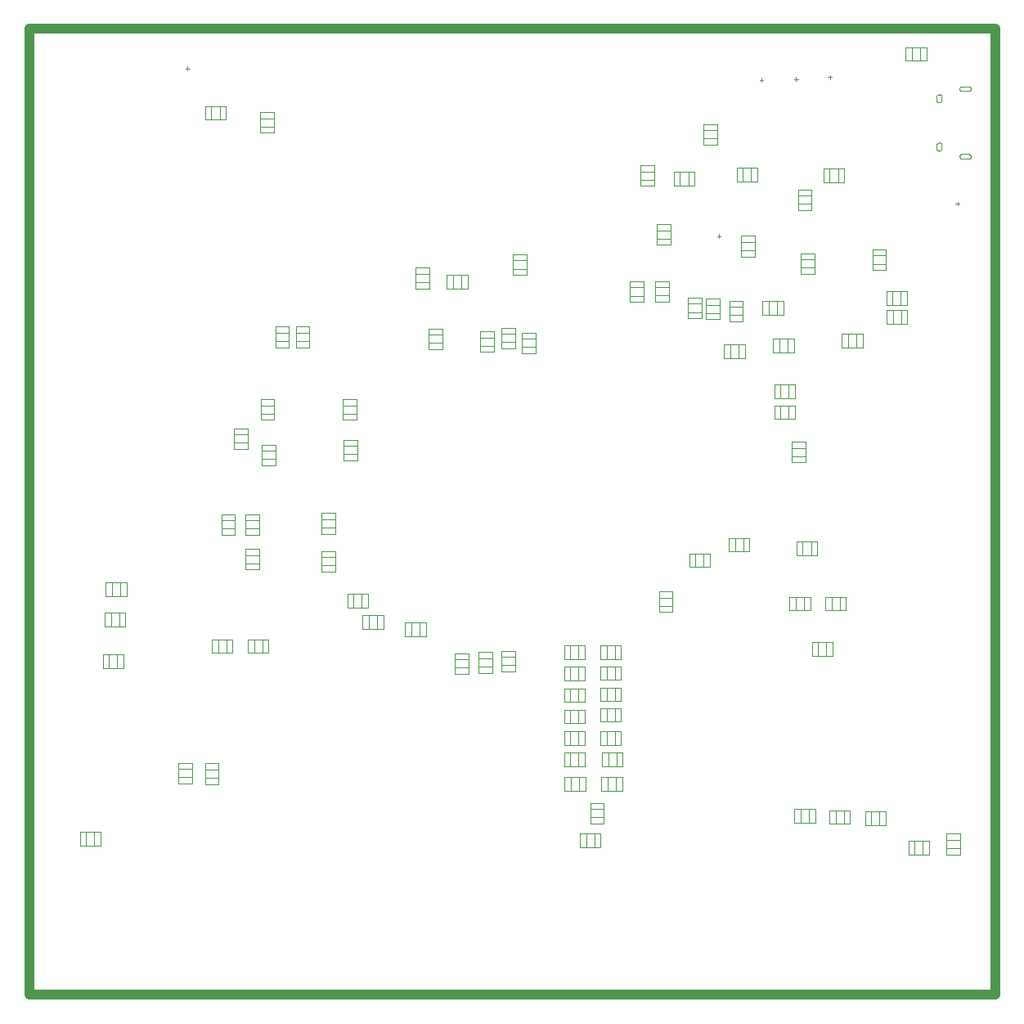
<source format=gm1>
%FSTAX23Y23*%
%MOIN*%
%SFA1B1*%

%IPPOS*%
%ADD33C,0.000000*%
%ADD69C,0.039370*%
%ADD70C,0.003940*%
%LNnucleoclone-1*%
%LPD*%
G54D33*
X03719Y03462D02*
D01*
X03719Y03463*
X03719Y03464*
X03719Y03464*
X03719Y03465*
X03718Y03466*
X03718Y03467*
X03718Y03467*
X03717Y03468*
X03717Y03468*
X03716Y03469*
X03716Y0347*
X03715Y0347*
X03715Y03471*
X03714Y03471*
X03714Y03471*
X03713Y03472*
X03712Y03472*
X03712Y03472*
X03711Y03473*
X0371Y03473*
X03709Y03473*
X03709Y03473*
X03708*
X03707Y03473*
X03706Y03473*
X03706Y03473*
X03705Y03472*
X03704Y03472*
X03703Y03472*
X03703Y03471*
X03702Y03471*
X03701Y03471*
X03701Y0347*
X037Y0347*
X037Y03469*
X03699Y03468*
X03699Y03468*
X03699Y03467*
X03698Y03467*
X03698Y03466*
X03698Y03465*
X03698Y03464*
X03697Y03464*
X03697Y03463*
X03697Y03462*
Y0345D02*
D01*
X03697Y0345*
X03697Y03449*
X03698Y03448*
X03698Y03447*
X03698Y03447*
X03698Y03446*
X03699Y03445*
X03699Y03445*
X03699Y03444*
X037Y03443*
X037Y03443*
X03701Y03442*
X03701Y03442*
X03702Y03441*
X03703Y03441*
X03703Y03441*
X03704Y0344*
X03705Y0344*
X03706Y0344*
X03706Y0344*
X03707Y0344*
X03708Y03439*
X03709*
X03709Y0344*
X0371Y0344*
X03711Y0344*
X03712Y0344*
X03712Y0344*
X03713Y03441*
X03714Y03441*
X03714Y03441*
X03715Y03442*
X03715Y03442*
X03716Y03443*
X03716Y03443*
X03717Y03444*
X03717Y03445*
X03718Y03445*
X03718Y03446*
X03718Y03447*
X03719Y03447*
X03719Y03448*
X03719Y03449*
X03719Y0345*
X03719Y0345*
Y03659D02*
D01*
X03719Y0366*
X03719Y0366*
X03719Y03661*
X03719Y03662*
X03718Y03663*
X03718Y03663*
X03718Y03664*
X03717Y03665*
X03717Y03665*
X03716Y03666*
X03716Y03666*
X03715Y03667*
X03715Y03667*
X03714Y03668*
X03714Y03668*
X03713Y03669*
X03712Y03669*
X03712Y03669*
X03711Y03669*
X0371Y0367*
X03709Y0367*
X03709Y0367*
X03708*
X03707Y0367*
X03706Y0367*
X03706Y03669*
X03705Y03669*
X03704Y03669*
X03703Y03669*
X03703Y03668*
X03702Y03668*
X03701Y03667*
X03701Y03667*
X037Y03666*
X037Y03666*
X03699Y03665*
X03699Y03665*
X03699Y03664*
X03698Y03663*
X03698Y03663*
X03698Y03662*
X03698Y03661*
X03697Y0366*
X03697Y0366*
X03697Y03659*
Y03647D02*
D01*
X03697Y03646*
X03697Y03646*
X03698Y03645*
X03698Y03644*
X03698Y03643*
X03698Y03643*
X03699Y03642*
X03699Y03641*
X03699Y03641*
X037Y0364*
X037Y0364*
X03701Y03639*
X03701Y03639*
X03702Y03638*
X03703Y03638*
X03703Y03637*
X03704Y03637*
X03705Y03637*
X03706Y03637*
X03706Y03636*
X03707Y03636*
X03708Y03636*
X03709*
X03709Y03636*
X0371Y03636*
X03711Y03637*
X03712Y03637*
X03712Y03637*
X03713Y03637*
X03714Y03638*
X03714Y03638*
X03715Y03639*
X03715Y03639*
X03716Y0364*
X03716Y0364*
X03717Y03641*
X03717Y03641*
X03718Y03642*
X03718Y03643*
X03718Y03643*
X03719Y03644*
X03719Y03645*
X03719Y03646*
X03719Y03646*
X03719Y03647*
X03802Y03427D02*
D01*
X03801Y03427*
X038Y03427*
X038Y03426*
X03799Y03426*
X03798Y03426*
X03798Y03426*
X03797Y03426*
X03796Y03425*
X03796Y03425*
X03795Y03424*
X03795Y03424*
X03794Y03423*
X03794Y03423*
X03794Y03422*
X03793Y03422*
X03793Y03421*
X03793Y03421*
X03792Y0342*
X03792Y03419*
X03792Y03419*
X03792Y03418*
X03792Y03417*
Y03416*
X03792Y03416*
X03792Y03415*
X03792Y03414*
X03792Y03414*
X03793Y03413*
X03793Y03413*
X03793Y03412*
X03794Y03411*
X03794Y03411*
X03794Y0341*
X03795Y0341*
X03795Y03409*
X03796Y03409*
X03796Y03408*
X03797Y03408*
X03798Y03408*
X03798Y03408*
X03799Y03407*
X038Y03407*
X038Y03407*
X03801Y03407*
X03802Y03407*
X03827D02*
D01*
X03828Y03407*
X03829Y03407*
X03829Y03407*
X0383Y03407*
X03831Y03408*
X03831Y03408*
X03832Y03408*
X03832Y03408*
X03833Y03409*
X03834Y03409*
X03834Y0341*
X03835Y0341*
X03835Y03411*
X03835Y03411*
X03836Y03412*
X03836Y03413*
X03836Y03413*
X03837Y03414*
X03837Y03414*
X03837Y03415*
X03837Y03416*
X03837Y03416*
Y03417*
X03837Y03418*
X03837Y03419*
X03837Y03419*
X03837Y0342*
X03836Y03421*
X03836Y03421*
X03836Y03422*
X03835Y03422*
X03835Y03423*
X03835Y03423*
X03834Y03424*
X03834Y03424*
X03833Y03425*
X03832Y03425*
X03832Y03426*
X03831Y03426*
X03831Y03426*
X0383Y03426*
X03829Y03426*
X03829Y03427*
X03828Y03427*
X03827Y03427*
Y03683D02*
D01*
X03828Y03683*
X03829Y03683*
X03829Y03683*
X0383Y03683*
X03831Y03683*
X03831Y03683*
X03832Y03684*
X03832Y03684*
X03833Y03684*
X03834Y03685*
X03834Y03685*
X03835Y03686*
X03835Y03686*
X03835Y03687*
X03836Y03687*
X03836Y03688*
X03836Y03689*
X03837Y03689*
X03837Y0369*
X03837Y03691*
X03837Y03691*
X03837Y03692*
Y03693*
X03837Y03693*
X03837Y03694*
X03837Y03695*
X03837Y03695*
X03836Y03696*
X03836Y03697*
X03836Y03697*
X03835Y03698*
X03835Y03698*
X03835Y03699*
X03834Y03699*
X03834Y037*
X03833Y037*
X03832Y03701*
X03832Y03701*
X03831Y03701*
X03831Y03702*
X0383Y03702*
X03829Y03702*
X03829Y03702*
X03828Y03702*
X03827Y03702*
X03802D02*
D01*
X03801Y03702*
X038Y03702*
X038Y03702*
X03799Y03702*
X03798Y03702*
X03798Y03701*
X03797Y03701*
X03796Y03701*
X03796Y037*
X03795Y037*
X03795Y03699*
X03794Y03699*
X03794Y03698*
X03794Y03698*
X03793Y03697*
X03793Y03697*
X03793Y03696*
X03792Y03695*
X03792Y03695*
X03792Y03694*
X03792Y03693*
X03792Y03693*
Y03692*
X03792Y03691*
X03792Y03691*
X03792Y0369*
X03792Y03689*
X03793Y03689*
X03793Y03688*
X03793Y03688*
X03794Y03687*
X03794Y03686*
X03794Y03686*
X03795Y03685*
X03795Y03685*
X03796Y03684*
X03796Y03684*
X03797Y03684*
X03798Y03683*
X03798Y03683*
X03799Y03683*
X038Y03683*
X038Y03683*
X03801Y03683*
X03802Y03683*
X00716Y00884D02*
X00772D01*
X00716Y00859D02*
Y00884D01*
X00772Y00859D02*
Y00884D01*
X00716Y00918D02*
X00772D01*
Y00943*
X00716Y00918D02*
Y00943D01*
X00772Y00884D02*
Y00918D01*
X00716Y00943D02*
X00772D01*
X00716Y00884D02*
Y00918D01*
Y00859D02*
X00772D01*
X00609Y00886D02*
X00665D01*
X00609Y00861D02*
Y00886D01*
X00665Y00861D02*
Y00886D01*
X00609Y0092D02*
X00665D01*
Y00945*
X00609Y0092D02*
Y00945D01*
X00665Y00886D02*
Y0092D01*
X00609Y00945D02*
X00665D01*
X00609Y00886D02*
Y0092D01*
Y00861D02*
X00665D01*
X03286Y00696D02*
Y00752D01*
X03261D02*
X03286D01*
X03261Y00696D02*
X03286D01*
X0332D02*
Y00752D01*
Y00696D02*
X03345D01*
X0332Y00752D02*
X03345D01*
X03286Y00696D02*
X0332D01*
X03345D02*
Y00752D01*
X03286D02*
X0332D01*
X03261Y00696D02*
Y00752D01*
X03431Y00692D02*
Y00748D01*
X03406D02*
X03431D01*
X03406Y00692D02*
X03431D01*
X03465D02*
Y00748D01*
Y00692D02*
X0349D01*
X03465Y00748D02*
X0349D01*
X03431Y00692D02*
X03465D01*
X0349D02*
Y00748D01*
X03431D02*
X03465D01*
X03406Y00692D02*
Y00748D01*
X03739Y00597D02*
X03795D01*
X03739Y00572D02*
Y00597D01*
X03795Y00572D02*
Y00597D01*
X03739Y00631D02*
X03795D01*
Y00656*
X03739Y00631D02*
Y00656D01*
X03795Y00597D02*
Y00631D01*
X03739Y00656D02*
X03795D01*
X03739Y00597D02*
Y00631D01*
Y00572D02*
X03795D01*
X03249Y01381D02*
Y01437D01*
Y01381D02*
X03274D01*
X03249Y01437D02*
X03274D01*
X03215Y01381D02*
Y01437D01*
X0319D02*
X03215D01*
X0319Y01381D02*
X03215D01*
Y01437D02*
X03249D01*
X0319Y01381D02*
Y01437D01*
X03215Y01381D02*
X03249D01*
X03274D02*
Y01437D01*
X02387Y01369D02*
Y01425D01*
Y01369D02*
X02412D01*
X02387Y01425D02*
X02412D01*
X02353Y01369D02*
Y01425D01*
X02328D02*
X02353D01*
X02328Y01369D02*
X02353D01*
Y01425D02*
X02387D01*
X02328Y01369D02*
Y01425D01*
X02353Y01369D02*
X02387D01*
X02412D02*
Y01425D01*
X03337Y02637D02*
Y02693D01*
X03312D02*
X03337D01*
X03312Y02637D02*
X03337D01*
X03371D02*
Y02693D01*
Y02637D02*
X03396D01*
X03371Y02693D02*
X03396D01*
X03337Y02637D02*
X03371D01*
X03396D02*
Y02693D01*
X03337D02*
X03371D01*
X03312Y02637D02*
Y02693D01*
X03109Y02195D02*
X03165D01*
X03109Y0217D02*
Y02195D01*
X03165Y0217D02*
Y02195D01*
X03109Y02229D02*
X03165D01*
Y02254*
X03109Y02229D02*
Y02254D01*
X03165Y02195D02*
Y02229D01*
X03109Y02254D02*
X03165D01*
X03109Y02195D02*
Y02229D01*
Y0217D02*
X03165D01*
X02566Y01585D02*
X02622D01*
X02566Y0156D02*
Y01585D01*
X02622Y0156D02*
Y01585D01*
X02566Y01619D02*
X02622D01*
Y01644*
X02566Y01619D02*
Y01644D01*
X02622Y01585D02*
Y01619D01*
X02566Y01644D02*
X02622D01*
X02566Y01585D02*
Y01619D01*
Y0156D02*
X02622D01*
X03597Y03806D02*
Y03862D01*
X03572D02*
X03597D01*
X03572Y03806D02*
X03597D01*
X03631D02*
Y03862D01*
Y03806D02*
X03656D01*
X03631Y03862D02*
X03656D01*
X03597Y03806D02*
X03631D01*
X03656D02*
Y03862D01*
X03597D02*
X03631D01*
X03572Y03806D02*
Y03862D01*
X03262Y0331D02*
Y03366D01*
X03237D02*
X03262D01*
X03237Y0331D02*
X03262D01*
X03296D02*
Y03366D01*
Y0331D02*
X03321D01*
X03296Y03366D02*
X03321D01*
X03262Y0331D02*
X03296D01*
X03321D02*
Y03366D01*
X03262D02*
X03296D01*
X03237Y0331D02*
Y03366D01*
X03133Y03223D02*
X03189D01*
X03133Y03198D02*
Y03223D01*
X03189Y03198D02*
Y03223D01*
X03133Y03257D02*
X03189D01*
Y03282*
X03133Y03257D02*
Y03282D01*
X03189Y03223D02*
Y03257D01*
X03133Y03282D02*
X03189D01*
X03133Y03223D02*
Y03257D01*
Y03198D02*
X03189D01*
X02558Y03081D02*
X02614D01*
X02558Y03056D02*
Y03081D01*
X02614Y03056D02*
Y03081D01*
X02558Y03115D02*
X02614D01*
Y0314*
X02558Y03115D02*
Y0314D01*
X02614Y03081D02*
Y03115D01*
X02558Y0314D02*
X02614D01*
X02558Y03081D02*
Y03115D01*
Y03056D02*
X02614D01*
X0255Y02884D02*
X02606D01*
Y02909*
X0255Y02884D02*
Y02909D01*
Y0285D02*
X02606D01*
X0255Y02825D02*
Y0285D01*
X02606Y02825D02*
Y0285D01*
X0255D02*
Y02884D01*
Y02825D02*
X02606D01*
Y0285D02*
Y02884D01*
X0255Y02909D02*
X02606D01*
X02448Y02849D02*
X02504D01*
X02448Y02824D02*
Y02849D01*
X02504Y02824D02*
Y02849D01*
X02448Y02883D02*
X02504D01*
Y02908*
X02448Y02883D02*
Y02908D01*
X02504Y02849D02*
Y02883D01*
X02448Y02908D02*
X02504D01*
X02448Y02849D02*
Y02883D01*
Y02824D02*
X02504D01*
X01629Y0269D02*
X01685D01*
Y02715*
X01629Y0269D02*
Y02715D01*
Y02656D02*
X01685D01*
X01629Y02631D02*
Y02656D01*
X01685Y02631D02*
Y02656D01*
X01629D02*
Y0269D01*
Y02631D02*
X01685D01*
Y02656D02*
Y0269D01*
X01629Y02715D02*
X01685D01*
X00742Y03566D02*
Y03622D01*
X00717D02*
X00742D01*
X00717Y03566D02*
X00742D01*
X00776D02*
Y03622D01*
Y03566D02*
X00801D01*
X00776Y03622D02*
X00801D01*
X00742Y03566D02*
X00776D01*
X00801D02*
Y03622D01*
X00742D02*
X00776D01*
X00717Y03566D02*
Y03622D01*
X01972Y02959D02*
X02028D01*
X01972Y02934D02*
Y02959D01*
X02028Y02934D02*
Y02959D01*
X01972Y02993D02*
X02028D01*
Y03018*
X01972Y02993D02*
Y03018D01*
X02028Y02959D02*
Y02993D01*
X01972Y03018D02*
X02028D01*
X01972Y02959D02*
Y02993D01*
Y02934D02*
X02028D01*
X01282Y02203D02*
X01338D01*
X01282Y02178D02*
Y02203D01*
X01338Y02178D02*
Y02203D01*
X01282Y02237D02*
X01338D01*
Y02262*
X01282Y02237D02*
Y02262D01*
X01338Y02203D02*
Y02237D01*
X01282Y02262D02*
X01338D01*
X01282Y02203D02*
Y02237D01*
Y02178D02*
X01338D01*
X01278Y02402D02*
X01334D01*
Y02427*
X01278Y02402D02*
Y02427D01*
Y02368D02*
X01334D01*
X01278Y02343D02*
Y02368D01*
X01334Y02343D02*
Y02368D01*
X01278D02*
Y02402D01*
Y02343D02*
X01334D01*
Y02368D02*
Y02402D01*
X01278Y02427D02*
X01334D01*
X01727Y02877D02*
Y02933D01*
X01702D02*
X01727D01*
X01702Y02877D02*
X01727D01*
X01761D02*
Y02933D01*
Y02877D02*
X01786D01*
X01761Y02933D02*
X01786D01*
X01727Y02877D02*
X01761D01*
X01786D02*
Y02933D01*
X01727D02*
X01761D01*
X01702Y02877D02*
Y02933D01*
X0227Y00601D02*
Y00657D01*
X02245D02*
X0227D01*
X02245Y00601D02*
X0227D01*
X02304D02*
Y00657D01*
Y00601D02*
X02329D01*
X02304Y00657D02*
X02329D01*
X0227Y00601D02*
X02304D01*
X02329D02*
Y00657D01*
X0227D02*
X02304D01*
X02245Y00601D02*
Y00657D01*
X02286Y00723D02*
X02342D01*
X02286Y00698D02*
Y00723D01*
X02342Y00698D02*
Y00723D01*
X02286Y00757D02*
X02342D01*
Y00782*
X02286Y00757D02*
Y00782D01*
X02342Y00723D02*
Y00757D01*
X02286Y00782D02*
X02342D01*
X02286Y00723D02*
Y00757D01*
Y00698D02*
X02342D01*
X02207Y0083D02*
Y00886D01*
X02182D02*
X02207D01*
X02182Y0083D02*
X02207D01*
X02241D02*
Y00886D01*
Y0083D02*
X02266D01*
X02241Y00886D02*
X02266D01*
X02207Y0083D02*
X02241D01*
X02266D02*
Y00886D01*
X02207D02*
X02241D01*
X02182Y0083D02*
Y00886D01*
X02394Y0093D02*
Y00986D01*
Y0093D02*
X02419D01*
X02394Y00986D02*
X02419D01*
X0236Y0093D02*
Y00986D01*
X02335D02*
X0236D01*
X02335Y0093D02*
X0236D01*
Y00986D02*
X02394D01*
X02335Y0093D02*
Y00986D01*
X0236Y0093D02*
X02394D01*
X02419D02*
Y00986D01*
X02391Y0083D02*
Y00886D01*
Y0083D02*
X02416D01*
X02391Y00886D02*
X02416D01*
X02357Y0083D02*
Y00886D01*
X02332D02*
X02357D01*
X02332Y0083D02*
X02357D01*
Y00886D02*
X02391D01*
X02332Y0083D02*
Y00886D01*
X02357Y0083D02*
X02391D01*
X02416D02*
Y00886D01*
X00943Y02402D02*
X00999D01*
Y02427*
X00943Y02402D02*
Y02427D01*
Y02368D02*
X00999D01*
X00943Y02343D02*
Y02368D01*
X00999Y02343D02*
Y02368D01*
X00943D02*
Y02402D01*
Y02343D02*
X00999D01*
Y02368D02*
Y02402D01*
X00943Y02427D02*
X00999D01*
X00947Y02183D02*
X01003D01*
X00947Y02158D02*
Y02183D01*
X01003Y02158D02*
Y02183D01*
X00947Y02217D02*
X01003D01*
Y02242*
X00947Y02217D02*
Y02242D01*
X01003Y02183D02*
Y02217D01*
X00947Y02242D02*
X01003D01*
X00947Y02183D02*
Y02217D01*
Y02158D02*
X01003D01*
X00834Y02284D02*
X0089D01*
Y02309*
X00834Y02284D02*
Y02309D01*
Y0225D02*
X0089D01*
X00834Y02225D02*
Y0225D01*
X0089Y02225D02*
Y0225D01*
X00834D02*
Y02284D01*
Y02225D02*
X0089D01*
Y0225D02*
Y02284D01*
X00834Y02309D02*
X0089D01*
X00371Y01625D02*
Y01681D01*
Y01625D02*
X00396D01*
X00371Y01681D02*
X00396D01*
X00337Y01625D02*
Y01681D01*
X00312D02*
X00337D01*
X00312Y01625D02*
X00337D01*
Y01681D02*
X00371D01*
X00312Y01625D02*
Y01681D01*
X00337Y01625D02*
X00371D01*
X00396D02*
Y01681D01*
X00783Y019D02*
X00839D01*
X00783Y01875D02*
Y019D01*
X00839Y01875D02*
Y019D01*
X00783Y01934D02*
X00839D01*
Y01959*
X00783Y01934D02*
Y01959D01*
X00839Y019D02*
Y01934D01*
X00783Y01959D02*
X00839D01*
X00783Y019D02*
Y01934D01*
Y01875D02*
X00839D01*
X03329Y01566D02*
Y01622D01*
X0327Y01566D02*
X03304D01*
X03245D02*
Y01622D01*
X0327D02*
X03304D01*
X03245Y01566D02*
X0327D01*
X03245Y01622D02*
X0327D01*
Y01566D02*
Y01622D01*
X03304D02*
X03329D01*
X03304Y01566D02*
X03329D01*
X03304D02*
Y01622D01*
X03124Y01566D02*
Y01622D01*
X03099D02*
X03124D01*
X03099Y01566D02*
X03124D01*
X03158D02*
Y01622D01*
Y01566D02*
X03183D01*
X03158Y01622D02*
X03183D01*
X03124Y01566D02*
X03158D01*
X03183D02*
Y01622D01*
X03124D02*
X03158D01*
X03099Y01566D02*
Y01622D01*
X0077Y01393D02*
Y01449D01*
X00745D02*
X0077D01*
X00745Y01393D02*
X0077D01*
X00804D02*
Y01449D01*
Y01393D02*
X00829D01*
X00804Y01449D02*
X00829D01*
X0077Y01393D02*
X00804D01*
X00829D02*
Y01449D01*
X0077D02*
X00804D01*
X00745Y01393D02*
Y01449D01*
X0095Y01393D02*
Y01449D01*
Y01393D02*
X00975D01*
X0095Y01449D02*
X00975D01*
X00916Y01393D02*
Y01449D01*
X00891D02*
X00916D01*
X00891Y01393D02*
X00916D01*
Y01449D02*
X0095D01*
X00891Y01393D02*
Y01449D01*
X00916Y01393D02*
X0095D01*
X00975D02*
Y01449D01*
X00325Y0133D02*
Y01386D01*
X003D02*
X00325D01*
X003Y0133D02*
X00325D01*
X00359D02*
Y01386D01*
Y0133D02*
X00384D01*
X00359Y01386D02*
X00384D01*
X00325Y0133D02*
X00359D01*
X00384D02*
Y01386D01*
X00325D02*
X00359D01*
X003Y0133D02*
Y01386D01*
X01192Y0175D02*
X01248D01*
X01192Y01725D02*
Y0175D01*
X01248Y01725D02*
Y0175D01*
X01192Y01784D02*
X01248D01*
Y01809*
X01192Y01784D02*
Y01809D01*
X01248Y0175D02*
Y01784D01*
X01192Y01809D02*
X01248D01*
X01192Y0175D02*
Y01784D01*
Y01725D02*
X01248D01*
X00881Y01934D02*
X00937D01*
Y01959*
X00881Y01934D02*
Y01959D01*
Y019D02*
X00937D01*
X00881Y01875D02*
Y019D01*
X00937Y01875D02*
Y019D01*
X00881D02*
Y01934D01*
Y01875D02*
X00937D01*
Y019D02*
Y01934D01*
X00881Y01959D02*
X00937D01*
X00881Y01758D02*
X00937D01*
X00881Y01733D02*
Y01758D01*
X00937Y01733D02*
Y01758D01*
X00881Y01792D02*
X00937D01*
Y01817*
X00881Y01792D02*
Y01817D01*
X00937Y01758D02*
Y01792D01*
X00881Y01817D02*
X00937D01*
X00881Y01758D02*
Y01792D01*
Y01733D02*
X00937D01*
X00333Y01502D02*
Y01558D01*
X00308D02*
X00333D01*
X00308Y01502D02*
X00333D01*
X00367D02*
Y01558D01*
Y01502D02*
X00392D01*
X00367Y01558D02*
X00392D01*
X00333Y01502D02*
X00367D01*
X00392D02*
Y01558D01*
X00333D02*
X00367D01*
X00308Y01502D02*
Y01558D01*
X01003Y02664D02*
X01059D01*
X01003Y02639D02*
Y02664D01*
X01059Y02639D02*
Y02664D01*
X01003Y02698D02*
X01059D01*
Y02723*
X01003Y02698D02*
Y02723D01*
X01059Y02664D02*
Y02698D01*
X01003Y02723D02*
X01059D01*
X01003Y02664D02*
Y02698D01*
Y02639D02*
X01059D01*
X01086Y02698D02*
X01142D01*
Y02723*
X01086Y02698D02*
Y02723D01*
Y02664D02*
X01142D01*
X01086Y02639D02*
Y02664D01*
X01142Y02639D02*
Y02664D01*
X01086D02*
Y02698D01*
Y02639D02*
X01142D01*
Y02664D02*
Y02698D01*
X01086Y02723D02*
X01142D01*
X0352Y02734D02*
Y0279D01*
X03495D02*
X0352D01*
X03495Y02734D02*
X0352D01*
X03554D02*
Y0279D01*
Y02734D02*
X03579D01*
X03554Y0279D02*
X03579D01*
X0352Y02734D02*
X03554D01*
X03579D02*
Y0279D01*
X0352D02*
X03554D01*
X03495Y02734D02*
Y0279D01*
X03436Y02979D02*
X03492D01*
X03436Y02954D02*
Y02979D01*
X03492Y02954D02*
Y02979D01*
X03436Y03013D02*
X03492D01*
Y03038*
X03436Y03013D02*
Y03038D01*
X03492Y02979D02*
Y03013D01*
X03436Y03038D02*
X03492D01*
X03436Y02979D02*
Y03013D01*
Y02954D02*
X03492D01*
X03014Y02771D02*
Y02827D01*
X02989D02*
X03014D01*
X02989Y02771D02*
X03014D01*
X03048D02*
Y02827D01*
Y02771D02*
X03073D01*
X03048Y02827D02*
X03073D01*
X03014Y02771D02*
X03048D01*
X03073D02*
Y02827D01*
X03014D02*
X03048D01*
X02989Y02771D02*
Y02827D01*
X02853Y0277D02*
X02909D01*
X02853Y02745D02*
Y0277D01*
X02909Y02745D02*
Y0277D01*
X02853Y02804D02*
X02909D01*
Y02829*
X02853Y02804D02*
Y02829D01*
X02909Y0277D02*
Y02804D01*
X02853Y02829D02*
X02909D01*
X02853Y0277D02*
Y02804D01*
Y02745D02*
X02909D01*
X02759Y02778D02*
X02815D01*
X02759Y02753D02*
Y02778D01*
X02815Y02753D02*
Y02778D01*
X02759Y02812D02*
X02815D01*
Y02837*
X02759Y02812D02*
Y02837D01*
X02815Y02778D02*
Y02812D01*
X02759Y02837D02*
X02815D01*
X02759Y02778D02*
Y02812D01*
Y02753D02*
X02815D01*
X02857Y02594D02*
Y0265D01*
X02832D02*
X02857D01*
X02832Y02594D02*
X02857D01*
X02891D02*
Y0265D01*
Y02594D02*
X02916D01*
X02891Y0265D02*
X02916D01*
X02857Y02594D02*
X02891D01*
X02916D02*
Y0265D01*
X02857D02*
X02891D01*
X02832Y02594D02*
Y0265D01*
X02684Y02782D02*
X0274D01*
X02684Y02757D02*
Y02782D01*
X0274Y02757D02*
Y02782D01*
X02684Y02816D02*
X0274D01*
Y02841*
X02684Y02816D02*
Y02841D01*
X0274Y02782D02*
Y02816D01*
X02684Y02841D02*
X0274D01*
X02684Y02782D02*
Y02816D01*
Y02757D02*
X0274D01*
X03061Y02432D02*
Y02488D01*
X03036D02*
X03061D01*
X03036Y02432D02*
X03061D01*
X03095D02*
Y02488D01*
Y02432D02*
X0312D01*
X03095Y02488D02*
X0312D01*
X03061Y02432D02*
X03095D01*
X0312D02*
Y02488D01*
X03061D02*
X03095D01*
X03036Y02432D02*
Y02488D01*
X03091Y02617D02*
Y02673D01*
Y02617D02*
X03116D01*
X03091Y02673D02*
X03116D01*
X03057Y02617D02*
Y02673D01*
X03032D02*
X03057D01*
X03032Y02617D02*
X03057D01*
Y02673D02*
X03091D01*
X03032Y02617D02*
Y02673D01*
X03057Y02617D02*
X03091D01*
X03116D02*
Y02673D01*
X03552Y0281D02*
Y02866D01*
Y0281D02*
X03577D01*
X03552Y02866D02*
X03577D01*
X03518Y0281D02*
Y02866D01*
X03493D02*
X03518D01*
X03493Y0281D02*
X03518D01*
Y02866D02*
X03552D01*
X03493Y0281D02*
Y02866D01*
X03518Y0281D02*
X03552D01*
X03577D02*
Y02866D01*
X03061Y02346D02*
Y02402D01*
X03036D02*
X03061D01*
X03036Y02346D02*
X03061D01*
X03095D02*
Y02402D01*
Y02346D02*
X0312D01*
X03095Y02402D02*
X0312D01*
X03061Y02346D02*
X03095D01*
X0312D02*
Y02402D01*
X03061D02*
X03095D01*
X03036Y02346D02*
Y02402D01*
X01443Y01491D02*
Y01547D01*
X01384Y01491D02*
X01418D01*
X01359D02*
Y01547D01*
X01384D02*
X01418D01*
X01359Y01491D02*
X01384D01*
X01359Y01547D02*
X01384D01*
Y01491D02*
Y01547D01*
X01418D02*
X01443D01*
X01418Y01491D02*
X01443D01*
X01418D02*
Y01547D01*
X01355Y01578D02*
Y01634D01*
Y01578D02*
X0138D01*
X01355Y01634D02*
X0138D01*
X01321Y01578D02*
Y01634D01*
X01296D02*
X01321D01*
X01296Y01578D02*
X01321D01*
Y01634D02*
X01355D01*
X01296Y01578D02*
Y01634D01*
X01321Y01578D02*
X01355D01*
X0138D02*
Y01634D01*
X01924Y01377D02*
X0198D01*
Y01402*
X01924Y01377D02*
Y01402D01*
Y01343D02*
X0198D01*
X01924Y01318D02*
Y01343D01*
X0198Y01318D02*
Y01343D01*
X01924D02*
Y01377D01*
Y01318D02*
X0198D01*
Y01343D02*
Y01377D01*
X01924Y01402D02*
X0198D01*
X0183Y01371D02*
X01886D01*
Y01396*
X0183Y01371D02*
Y01396D01*
Y01337D02*
X01886D01*
X0183Y01312D02*
Y01337D01*
X01886Y01312D02*
Y01337D01*
X0183D02*
Y01371D01*
Y01312D02*
X01886D01*
Y01337D02*
Y01371D01*
X0183Y01396D02*
X01886D01*
X01735Y01367D02*
X01791D01*
Y01392*
X01735Y01367D02*
Y01392D01*
Y01333D02*
X01791D01*
X01735Y01308D02*
Y01333D01*
X01791Y01308D02*
Y01333D01*
X01735D02*
Y01367D01*
Y01308D02*
X01791D01*
Y01333D02*
Y01367D01*
X01735Y01392D02*
X01791D01*
X01838Y02679D02*
X01894D01*
Y02704*
X01838Y02679D02*
Y02704D01*
Y02645D02*
X01894D01*
X01838Y0262D02*
Y02645D01*
X01894Y0262D02*
Y02645D01*
X01838D02*
Y02679D01*
Y0262D02*
X01894D01*
Y02645D02*
Y02679D01*
X01838Y02704D02*
X01894D01*
X01574Y02938D02*
X0163D01*
Y02963*
X01574Y02938D02*
Y02963D01*
Y02904D02*
X0163D01*
X01574Y02879D02*
Y02904D01*
X0163Y02879D02*
Y02904D01*
X01574D02*
Y02938D01*
Y02879D02*
X0163D01*
Y02904D02*
Y02938D01*
X01574Y02963D02*
X0163D01*
X01924Y0266D02*
X0198D01*
X01924Y02635D02*
Y0266D01*
X0198Y02635D02*
Y0266D01*
X01924Y02694D02*
X0198D01*
Y02719*
X01924Y02694D02*
Y02719D01*
X0198Y0266D02*
Y02694D01*
X01924Y02719D02*
X0198D01*
X01924Y0266D02*
Y02694D01*
Y02635D02*
X0198D01*
X02007Y0264D02*
X02063D01*
X02007Y02615D02*
Y0264D01*
X02063Y02615D02*
Y0264D01*
X02007Y02674D02*
X02063D01*
Y02699*
X02007Y02674D02*
Y02699D01*
X02063Y0264D02*
Y02674D01*
X02007Y02699D02*
X02063D01*
X02007Y0264D02*
Y02674D01*
Y02615D02*
X02063D01*
X00942Y03538D02*
X00998D01*
X00942Y03513D02*
Y03538D01*
X00998Y03513D02*
Y03538D01*
X00942Y03572D02*
X00998D01*
Y03597*
X00942Y03572D02*
Y03597D01*
X00998Y03538D02*
Y03572D01*
X00942Y03597D02*
X00998D01*
X00942Y03538D02*
Y03572D01*
Y03513D02*
X00998D01*
X03152Y0179D02*
Y01846D01*
X03127D02*
X03152D01*
X03127Y0179D02*
X03152D01*
X03186D02*
Y01846D01*
Y0179D02*
X03211D01*
X03186Y01846D02*
X03211D01*
X03152Y0179D02*
X03186D01*
X03211D02*
Y01846D01*
X03152D02*
X03186D01*
X03127Y0179D02*
Y01846D01*
X03697Y0345D02*
Y03462D01*
X03719Y0345D02*
Y03462D01*
X03697Y03647D02*
Y03659D01*
X03719Y03647D02*
Y03659D01*
X03802Y03407D02*
X03827D01*
X03802Y03427D02*
X03827D01*
X03802Y03702D02*
X03827D01*
X03802Y03683D02*
X03827D01*
X02387Y01283D02*
Y01339D01*
Y01283D02*
X02412D01*
X02387Y01339D02*
X02412D01*
X02353Y01283D02*
Y01339D01*
X02328D02*
X02353D01*
X02328Y01283D02*
X02353D01*
Y01339D02*
X02387D01*
X02328Y01283D02*
Y01339D01*
X02353Y01283D02*
X02387D01*
X02412D02*
Y01339D01*
X02205Y01193D02*
Y01249D01*
X0218D02*
X02205D01*
X0218Y01193D02*
X02205D01*
X02239D02*
Y01249D01*
Y01193D02*
X02264D01*
X02239Y01249D02*
X02264D01*
X02205Y01193D02*
X02239D01*
X02264D02*
Y01249D01*
X02205D02*
X02239D01*
X0218Y01193D02*
Y01249D01*
X02387Y01196D02*
Y01252D01*
Y01196D02*
X02412D01*
X02387Y01252D02*
X02412D01*
X02353Y01196D02*
Y01252D01*
X02328D02*
X02353D01*
X02328Y01196D02*
X02353D01*
Y01252D02*
X02387D01*
X02328Y01196D02*
Y01252D01*
X02353Y01196D02*
X02387D01*
X02412D02*
Y01252D01*
X02387Y01113D02*
Y01169D01*
Y01113D02*
X02412D01*
X02387Y01169D02*
X02412D01*
X02353Y01113D02*
Y01169D01*
X02328D02*
X02353D01*
X02328Y01113D02*
X02353D01*
Y01169D02*
X02387D01*
X02328Y01113D02*
Y01169D01*
X02353Y01113D02*
X02387D01*
X02412D02*
Y01169D01*
X02205Y01106D02*
Y01162D01*
X0218D02*
X02205D01*
X0218Y01106D02*
X02205D01*
X02239D02*
Y01162D01*
Y01106D02*
X02264D01*
X02239Y01162D02*
X02264D01*
X02205Y01106D02*
X02239D01*
X02264D02*
Y01162D01*
X02205D02*
X02239D01*
X0218Y01106D02*
Y01162D01*
X02387Y01019D02*
Y01075D01*
Y01019D02*
X02412D01*
X02387Y01075D02*
X02412D01*
X02353Y01019D02*
Y01075D01*
X02328D02*
X02353D01*
X02328Y01019D02*
X02353D01*
Y01075D02*
X02387D01*
X02328Y01019D02*
Y01075D01*
X02353Y01019D02*
X02387D01*
X02412D02*
Y01075D01*
X02205Y01019D02*
Y01075D01*
X0218D02*
X02205D01*
X0218Y01019D02*
X02205D01*
X02239D02*
Y01075D01*
Y01019D02*
X02264D01*
X02239Y01075D02*
X02264D01*
X02205Y01019D02*
X02239D01*
X02264D02*
Y01075D01*
X02205D02*
X02239D01*
X0218Y01019D02*
Y01075D01*
X02205Y00932D02*
Y00988D01*
X0218D02*
X02205D01*
X0218Y00932D02*
X02205D01*
X02239D02*
Y00988D01*
Y00932D02*
X02264D01*
X02239Y00988D02*
X02264D01*
X02205Y00932D02*
X02239D01*
X02264D02*
Y00988D01*
X02205D02*
X02239D01*
X0218Y00932D02*
Y00988D01*
X01616Y0146D02*
Y01516D01*
X01557Y0146D02*
X01591D01*
X01532D02*
Y01516D01*
X01557D02*
X01591D01*
X01532Y0146D02*
X01557D01*
X01532Y01516D02*
X01557D01*
Y0146D02*
Y01516D01*
X01591D02*
X01616D01*
X01591Y0146D02*
X01616D01*
X01591D02*
Y01516D01*
X02901Y03009D02*
X02957D01*
X02901Y03034D02*
Y03068D01*
Y03093D02*
X02957D01*
Y03034D02*
Y03068D01*
X02901D02*
Y03093D01*
X02957Y03068D02*
Y03093D01*
X02901Y03068D02*
X02957D01*
Y03009D02*
Y03034D01*
X02901Y03009D02*
Y03034D01*
X02957*
X02747Y03465D02*
X02803D01*
X02747Y0349D02*
Y03524D01*
Y03549D02*
X02803D01*
Y0349D02*
Y03524D01*
X02747D02*
Y03549D01*
X02803Y03524D02*
Y03549D01*
X02747Y03524D02*
X02803D01*
Y03465D02*
Y0349D01*
X02747Y03465D02*
Y0349D01*
X02803*
X02491Y03296D02*
X02547D01*
X02491Y03321D02*
Y03355D01*
Y0338D02*
X02547D01*
Y03321D02*
Y03355D01*
X02491D02*
Y0338D01*
X02547Y03355D02*
Y0338D01*
X02491Y03355D02*
X02547D01*
Y03296D02*
Y03321D01*
X02491Y03296D02*
Y03321D01*
X02547*
X02627Y03298D02*
Y03354D01*
X02652D02*
X02686D01*
X02711Y03298D02*
Y03354D01*
X02652Y03298D02*
X02686D01*
Y03354D02*
X02711D01*
X02686Y03298D02*
X02711D01*
X02686D02*
Y03354D01*
X02627Y03298D02*
X02652D01*
X02627Y03354D02*
X02652D01*
Y03298D02*
Y03354D01*
X0218Y01367D02*
Y01423D01*
X02205D02*
X02239D01*
X02264Y01367D02*
Y01423D01*
X02205Y01367D02*
X02239D01*
Y01423D02*
X02264D01*
X02239Y01367D02*
X02264D01*
X02239D02*
Y01423D01*
X0218Y01367D02*
X02205D01*
X0218Y01423D02*
X02205D01*
Y01367D02*
Y01423D01*
X0218Y0128D02*
Y01336D01*
X02205D02*
X02239D01*
X02264Y0128D02*
Y01336D01*
X02205Y0128D02*
X02239D01*
Y01336D02*
X02264D01*
X02239Y0128D02*
X02264D01*
X02239D02*
Y01336D01*
X0218Y0128D02*
X02205D01*
X0218Y01336D02*
X02205D01*
Y0128D02*
Y01336D01*
X03145Y02938D02*
X03201D01*
X03145Y02963D02*
Y02997D01*
Y03022D02*
X03201D01*
Y02963D02*
Y02997D01*
X03145D02*
Y03022D01*
X03201Y02997D02*
Y03022D01*
X03145Y02997D02*
X03201D01*
Y02938D02*
Y02963D01*
X03145Y02938D02*
Y02963D01*
X03201*
X03667Y0057D02*
Y00626D01*
X03608Y0057D02*
X03642D01*
X03583D02*
Y00626D01*
X03608D02*
X03642D01*
X03583Y0057D02*
X03608D01*
X03583Y00626D02*
X03608D01*
Y0057D02*
Y00626D01*
X03642D02*
X03667D01*
X03642Y0057D02*
X03667D01*
X03642D02*
Y00626D01*
X03119Y007D02*
Y00756D01*
X03144D02*
X03178D01*
X03203Y007D02*
Y00756D01*
X03144Y007D02*
X03178D01*
Y00756D02*
X03203D01*
X03178Y007D02*
X03203D01*
X03178D02*
Y00756D01*
X03119Y007D02*
X03144D01*
X03119Y00756D02*
X03144D01*
Y007D02*
Y00756D01*
X0029Y00609D02*
Y00665D01*
X00231Y00609D02*
X00265D01*
X00206D02*
Y00665D01*
X00231D02*
X00265D01*
X00206Y00609D02*
X00231D01*
X00206Y00665D02*
X00231D01*
Y00609D02*
Y00665D01*
X00265D02*
X0029D01*
X00265Y00609D02*
X0029D01*
X00265D02*
Y00665D01*
X01192Y01963D02*
X01248D01*
Y01904D02*
Y01938D01*
X01192Y01879D02*
X01248D01*
X01192Y01904D02*
Y01938D01*
X01248Y01879D02*
Y01904D01*
X01192Y01879D02*
Y01904D01*
X01248*
X01192Y01938D02*
Y01963D01*
X01248Y01938D02*
Y01963D01*
X01192Y01938D02*
X01248D01*
X02851Y01806D02*
Y01862D01*
X02876D02*
X0291D01*
X02935Y01806D02*
Y01862D01*
X02876Y01806D02*
X0291D01*
Y01862D02*
X02935D01*
X0291Y01806D02*
X02935D01*
X0291D02*
Y01862D01*
X02851Y01806D02*
X02876D01*
X02851Y01862D02*
X02876D01*
Y01806D02*
Y01862D01*
X02774Y01743D02*
Y01799D01*
X02715Y01743D02*
X02749D01*
X0269D02*
Y01799D01*
X02715D02*
X02749D01*
X0269Y01743D02*
X02715D01*
X0269Y01799D02*
X02715D01*
Y01743D02*
Y01799D01*
X02749D02*
X02774D01*
X02749Y01743D02*
X02774D01*
X02749D02*
Y01799D01*
X02883Y03314D02*
Y0337D01*
X02908D02*
X02942D01*
X02967Y03314D02*
Y0337D01*
X02908Y03314D02*
X02942D01*
Y0337D02*
X02967D01*
X02942Y03314D02*
X02967D01*
X02942D02*
Y0337D01*
X02883Y03314D02*
X02908D01*
X02883Y0337D02*
X02908D01*
Y03314D02*
Y0337D01*
G54D69*
X0Y0D02*
Y03937D01*
X03937*
Y0D02*
Y03937D01*
X0Y0D02*
X03937D01*
G54D70*
X02976Y03728D02*
X02992D01*
X02984Y0372D02*
Y03736D01*
X03118Y03732D02*
X03133D01*
X03125Y03724D02*
Y0374D01*
X03255D02*
X03271D01*
X03263Y03732D02*
Y03748D01*
X02803Y03092D02*
X02818D01*
X02811Y03084D02*
Y031D01*
X00637Y03775D02*
X00653D01*
X00645Y03767D02*
Y03783D01*
X03775Y03224D02*
X03791D01*
X03783Y03216D02*
Y03232D01*
M02*
</source>
